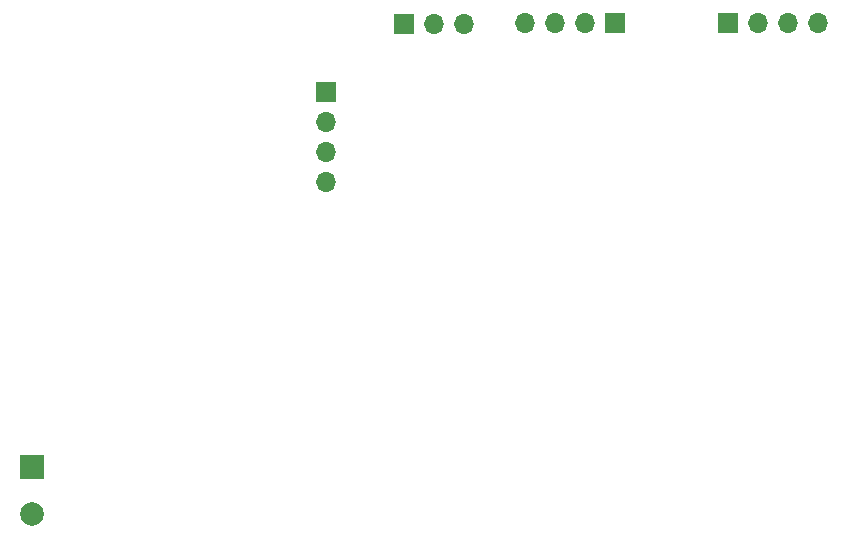
<source format=gbr>
%TF.GenerationSoftware,KiCad,Pcbnew,7.0.5*%
%TF.CreationDate,2024-07-05T18:30:49+07:00*%
%TF.ProjectId,project233,70726f6a-6563-4743-9233-332e6b696361,rev?*%
%TF.SameCoordinates,Original*%
%TF.FileFunction,Soldermask,Bot*%
%TF.FilePolarity,Negative*%
%FSLAX46Y46*%
G04 Gerber Fmt 4.6, Leading zero omitted, Abs format (unit mm)*
G04 Created by KiCad (PCBNEW 7.0.5) date 2024-07-05 18:30:49*
%MOMM*%
%LPD*%
G01*
G04 APERTURE LIST*
%ADD10R,1.700000X1.700000*%
%ADD11O,1.700000X1.700000*%
%ADD12R,2.000000X2.000000*%
%ADD13C,2.000000*%
G04 APERTURE END LIST*
D10*
%TO.C,J2*%
X180152000Y-78232000D03*
D11*
X177612000Y-78232000D03*
X175072000Y-78232000D03*
X172532000Y-78232000D03*
%TD*%
D12*
%TO.C,BZ1*%
X130810000Y-115856000D03*
D13*
X130810000Y-119856000D03*
%TD*%
D10*
%TO.C,J4*%
X162309000Y-78360001D03*
D11*
X164849000Y-78360001D03*
X167389000Y-78360001D03*
%TD*%
D10*
%TO.C,J3*%
X189738000Y-78232000D03*
D11*
X192278000Y-78232000D03*
X194818000Y-78232000D03*
X197358000Y-78232000D03*
%TD*%
D10*
%TO.C,J5*%
X155702000Y-84074000D03*
D11*
X155702000Y-86614000D03*
X155702000Y-89154000D03*
X155702000Y-91694000D03*
%TD*%
M02*

</source>
